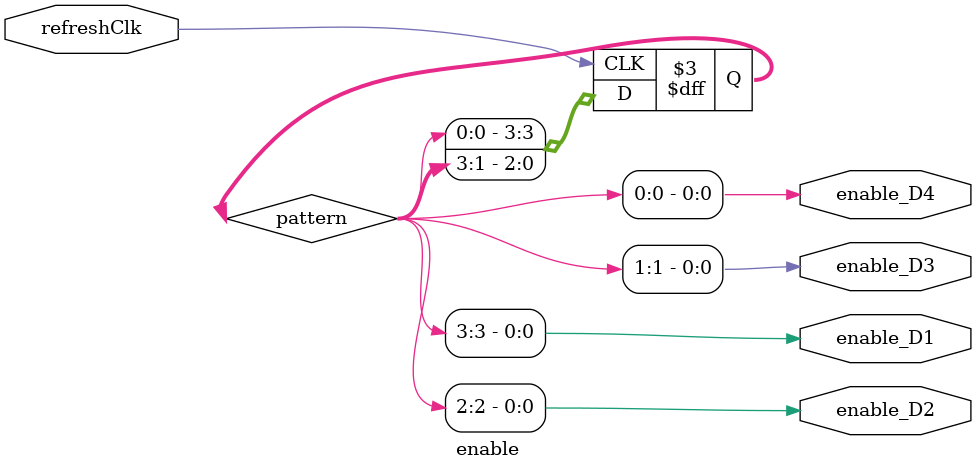
<source format=v>
`timescale 1ns / 1ps

module enable(
    input refreshClk,
    output enable_D1, 
    output enable_D2, 
    output enable_D3, 
    output enable_D4
);

reg [3:0] pattern = 4'b0111; 

assign enable_D1 = pattern[3];
assign enable_D2 = pattern[2]; 
assign enable_D3 = pattern[1]; 
assign enable_D4 = pattern[0]; 

always @(posedge refreshClk) begin
  pattern <= {pattern[0],pattern[3:1]};
end

endmodule

</source>
